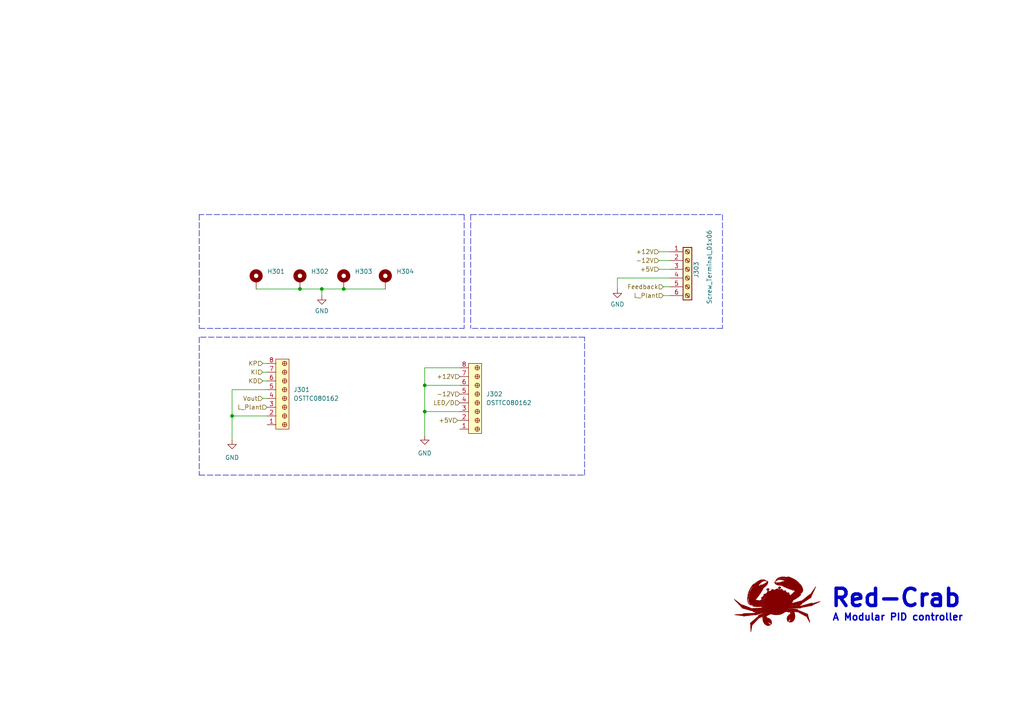
<source format=kicad_sch>
(kicad_sch (version 20211123) (generator eeschema)
  (paper "A4")
  (title_block (title "Red-Crab") (date "2022-07-09"))
  (lib_symbols
    (symbol "Connector:Screw_Terminal_01x06" (pin_names (offset 1.016) hide)
      (property "Reference" "J" (at 0 7.62 0))
      (property "Value" "Screw_Terminal_01x06" (at 0 -10.16 0))
      (symbol "Screw_Terminal_01x06_1_1"
        (pin passive line (at -5.08 5.08 0) (length 3.81) (name "Pin_1") (number "1"))
        (pin passive line (at -5.08 2.54 0) (length 3.81) (name "Pin_2") (number "2"))
        (pin passive line (at -5.08 0 0) (length 3.81) (name "Pin_3") (number "3"))
        (pin passive line (at -5.08 -2.54 0) (length 3.81) (name "Pin_4") (number "4"))
        (pin passive line (at -5.08 -5.08 0) (length 3.81) (name "Pin_5") (number "5"))
        (pin passive line (at -5.08 -7.62 0) (length 3.81) (name "Pin_6") (number "6"))
      )
    )
    (symbol "Mechanical:MountingHole_Pad" (pin_numbers hide) (pin_names (offset 1.016) hide)
      (property "Reference" "H" (at 0 6.35 0))
      (property "Value" "MountingHole_Pad" (at 0 4.445 0))
      (symbol "MountingHole_Pad_1_1"
        (pin input line (at 0 -2.54 90) (length 2.54) (name "1") (number "1"))
      )
    )
    (symbol "Red-Crab:LOGO" (pin_names (offset 1.016)))
    (symbol "dk_Terminal-Blocks-Wire-to-Board:OSTTC080162" (pin_names (offset 1.016))
      (property "Reference" "J" (at -2.54 -1.27 0))
      (property "Value" "OSTTC080162" (at 8.89 -5.08 0))
      (symbol "OSTTC080162_1_1"
        (pin passive line (at 0 2.54 270) (length 2.54) (name "~") (number "1"))
        (pin passive line (at 2.54 2.54 270) (length 2.54) (name "~") (number "2"))
        (pin passive line (at 5.08 2.54 270) (length 2.54) (name "~") (number "3"))
        (pin passive line (at 7.62 2.54 270) (length 2.54) (name "~") (number "4"))
        (pin passive line (at 10.16 2.54 270) (length 2.54) (name "~") (number "5"))
        (pin passive line (at 12.7 2.54 270) (length 2.54) (name "~") (number "6"))
        (pin passive line (at 15.24 2.54 270) (length 2.54) (name "~") (number "7"))
        (pin passive line (at 17.78 2.54 270) (length 2.54) (name "~") (number "8"))
      )
    )
    (symbol "power:GND" (power) (pin_names (offset 0))
      (property "Value" "GND" (at 0 -3.81 0))
      (symbol "GND_1_1"
        (pin power_in line (at 0 0 270) (length 0) hide (name "GND") (number "1"))
      )
    )
  )
  (junction (at 123.19 111.76))
  (junction (at 93.345 83.82))
  (junction (at 123.19 119.38))
  (junction (at 67.31 120.65))
  (junction (at 86.995 83.82))
  (junction (at 99.695 83.82))
  (polyline (pts (xy 209.55 95.25) (xy 136.525 95.25)))
  (wire (pts (xy 67.31 120.65) (xy 67.31 127.635)))
  (polyline (pts (xy 57.785 97.79) (xy 57.785 137.795)))
  (wire (pts (xy 76.2 115.57) (xy 77.47 115.57)))
  (wire (pts (xy 67.31 120.65) (xy 77.47 120.65)))
  (wire (pts (xy 194.31 80.645) (xy 179.07 80.645)))
  (wire (pts (xy 191.135 75.565) (xy 194.31 75.565)))
  (polyline (pts (xy 169.545 97.79) (xy 169.545 97.79)))
  (wire (pts (xy 192.405 85.725) (xy 194.31 85.725)))
  (wire (pts (xy 192.405 83.185) (xy 194.31 83.185)))
  (wire (pts (xy 93.345 83.82) (xy 99.695 83.82)))
  (wire (pts (xy 123.19 119.38) (xy 133.35 119.38)))
  (polyline (pts (xy 134.62 62.23) (xy 57.785 62.23)))
  (polyline (pts (xy 209.55 62.23) (xy 209.55 95.25)))
  (wire (pts (xy 133.35 106.68) (xy 123.19 106.68)))
  (wire (pts (xy 74.295 83.82) (xy 86.995 83.82)))
  (polyline (pts (xy 169.545 97.79) (xy 57.785 97.79)))
  (wire (pts (xy 123.19 106.68) (xy 123.19 111.76)))
  (wire (pts (xy 191.135 73.025) (xy 194.31 73.025)))
  (polyline (pts (xy 57.785 62.23) (xy 57.785 95.25)))
  (polyline (pts (xy 134.62 62.23) (xy 134.62 95.25)))
  (wire (pts (xy 123.19 111.76) (xy 123.19 119.38)))
  (wire (pts (xy 86.995 83.82) (xy 93.345 83.82)))
  (wire (pts (xy 133.35 111.76) (xy 123.19 111.76)))
  (wire (pts (xy 191.135 78.105) (xy 194.31 78.105)))
  (wire (pts (xy 67.31 113.03) (xy 67.31 120.65)))
  (wire (pts (xy 93.345 83.82) (xy 93.345 85.725)))
  (wire (pts (xy 77.47 113.03) (xy 67.31 113.03)))
  (polyline (pts (xy 57.785 95.25) (xy 134.62 95.25)))
  (wire (pts (xy 76.2 107.95) (xy 77.47 107.95)))
  (wire (pts (xy 123.19 119.38) (xy 123.19 126.365)))
  (wire (pts (xy 99.695 83.82) (xy 111.76 83.82)))
  (polyline (pts (xy 136.525 62.23) (xy 209.55 62.23)))
  (polyline (pts (xy 136.525 62.23) (xy 136.525 95.25)))
  (wire (pts (xy 76.2 105.41) (xy 77.47 105.41)))
  (wire (pts (xy 179.07 80.645) (xy 179.07 83.82)))
  (polyline (pts (xy 57.785 137.795) (xy 169.545 137.795)))
  (wire (pts (xy 76.2 110.49) (xy 77.47 110.49)))
  (polyline (pts (xy 169.545 137.795) (xy 169.545 97.79)))
  (wire (pts (xy 132.715 121.92) (xy 133.35 121.92)))
  (text "Red-Crab" (at 240.665 176.53 0) (effects (font (size 5 5) bold) (justify left bottom)))
  (text "A Modular PID controller" (at 241.3 180.34 0) (effects (font (size 2 2) bold) (justify left bottom)))
  (hierarchical_label "Vout" (shape input) (at 76.2 115.57 180))
  (hierarchical_label "KP" (shape input) (at 76.2 105.41 180))
  (hierarchical_label "L_Plant" (shape input) (at 192.405 85.725 180))
  (hierarchical_label "+12V" (shape input) (at 191.135 73.025 180))
  (hierarchical_label "KI" (shape input) (at 76.2 107.95 180))
  (hierarchical_label "-12V" (shape input) (at 191.135 75.565 180))
  (hierarchical_label "L_Plant" (shape input) (at 77.47 118.11 180))
  (hierarchical_label "LED{slash}D" (shape input) (at 133.35 116.84 180))
  (hierarchical_label "+5V" (shape input) (at 191.135 78.105 180))
  (hierarchical_label "-12V" (shape input) (at 133.35 114.3 180))
  (hierarchical_label "Feedback" (shape input) (at 192.405 83.185 180))
  (hierarchical_label "+5V" (shape input) (at 132.715 121.92 180))
  (hierarchical_label "+12V" (shape input) (at 133.35 109.22 180))
  (hierarchical_label "KD" (shape input) (at 76.2 110.49 180))
  (symbol (lib_id "Mechanical:MountingHole_Pad") (at 86.995 81.28 0) (unit 1)
    (property "Reference" "H302" (at 90.17 78.7399 0) (effects (justify left)))
    (property "Value" "MountingHole_Pad" (effects hide))
    (property "Footprint" "MountingHole:MountingHole_2.2mm_M2_Pad_Via" (effects hide))
  )
  (symbol (lib_id "Mechanical:MountingHole_Pad") (at 74.295 81.28 0) (unit 1)
    (property "Reference" "H301" (at 77.47 78.7399 0) (effects (justify left)))
    (property "Value" "MountingHole_Pad" (effects hide))
    (property "Footprint" "MountingHole:MountingHole_2.2mm_M2_Pad_Via" (effects hide))
  )
  (symbol (lib_id "power:GND") (at 93.345 85.725 0) (unit 1)
    (property "Reference" "#PWR0303" (effects hide))
    (property "Value" "GND" (at 93.345 90.17 0))
  )
  (symbol (lib_id "dk_Terminal-Blocks-Wire-to-Board:OSTTC080162") (at 135.89 124.46 90) (unit 1)
    (property "Reference" "J302" (at 140.97 114.2999 90) (effects (justify right)))
    (property "Value" "OSTTC080162" (at 140.97 116.8399 90) (effects (justify right)))
    (property "Footprint" "Connector_PinHeader_1.27mm:PinHeader_1x08_P1.27mm_Vertical_SMD_Pin1Left" (effects hide))
    (property "Datasheet" "http://www.on-shore.com/wp-content/uploads/OSTTCXX0162.pdf" (effects hide))
    (property "Digi-Key_PN" "ED2606-ND" (effects hide))
    (property "MPN" "OSTTC080162" (effects hide))
    (property "Category" "Connectors, Interconnects" (effects hide))
    (property "Family" "Terminal Blocks - Wire to Board" (effects hide))
    (property "DK_Datasheet_Link" "http://www.on-shore.com/wp-content/uploads/OSTTCXX0162.pdf" (effects hide))
    (property "DK_Detail_Page" "/product-detail/en/on-shore-technology-inc/OSTTC080162/ED2606-ND/614555" (effects hide))
    (property "Description" "TERM BLK 8POS SIDE ENTRY 5MM PCB" (effects hide))
    (property "Manufacturer" "On Shore Technology Inc." (effects hide))
    (property "Status" "Active" (effects hide))
  )
  (symbol (lib_id "power:GND") (at 67.31 127.635 0) (unit 1)
    (property "Reference" "#PWR0301" (effects hide))
    (property "Value" "GND" (at 67.31 132.715 0))
  )
  (symbol (lib_id "Connector:Screw_Terminal_01x06") (at 199.39 78.105 0) (unit 1)
    (property "Reference" "J303" (at 201.93 80.645 90) (effects (justify left)))
    (property "Value" "Screw_Terminal_01x06" (at 205.74 88.265 90) (effects (justify left)))
    (property "Footprint" "Connector_Stocko:Stocko_MKS_1656-6-0-606_1x6_P2.50mm_Vertical" (effects hide))
  )
  (symbol (lib_id "power:GND") (at 179.07 83.82 0) (unit 1)
    (property "Reference" "#PWR0304" (effects hide))
    (property "Value" "GND" (at 179.07 88.265 0))
  )
  (symbol (lib_id "Red-Crab:LOGO") (at 225.425 175.26 0) (unit 1)
    (property "Reference" "#G301" (effects hide))
    (property "Value" "LOGO" (effects hide))
  )
  (symbol (lib_id "power:GND") (at 123.19 126.365 0) (unit 1)
    (property "Reference" "#PWR0302" (effects hide))
    (property "Value" "GND" (at 123.19 131.445 0))
  )
  (symbol (lib_id "Mechanical:MountingHole_Pad") (at 99.695 81.28 0) (unit 1)
    (property "Reference" "H303" (at 102.87 78.7399 0) (effects (justify left)))
    (property "Value" "MountingHole_Pad" (effects hide))
    (property "Footprint" "MountingHole:MountingHole_2.2mm_M2_Pad_Via" (effects hide))
  )
  (symbol (lib_id "Mechanical:MountingHole_Pad") (at 111.76 81.28 0) (unit 1)
    (property "Reference" "H304" (at 114.935 78.7399 0) (effects (justify left)))
    (property "Value" "MountingHole_Pad" (effects hide))
    (property "Footprint" "MountingHole:MountingHole_2.2mm_M2_Pad_Via" (effects hide))
  )
  (symbol (lib_id "dk_Terminal-Blocks-Wire-to-Board:OSTTC080162") (at 80.01 123.19 90) (unit 1)
    (property "Reference" "J301" (at 85.09 113.0299 90) (effects (justify right)))
    (property "Value" "OSTTC080162" (at 85.09 115.5699 90) (effects (justify right)))
    (property "Footprint" "Connector_PinHeader_1.27mm:PinHeader_1x08_P1.27mm_Vertical_SMD_Pin1Left" (effects hide))
    (property "Datasheet" "http://www.on-shore.com/wp-content/uploads/OSTTCXX0162.pdf" (effects hide))
    (property "Digi-Key_PN" "ED2606-ND" (effects hide))
    (property "MPN" "OSTTC080162" (effects hide))
    (property "Category" "Connectors, Interconnects" (effects hide))
    (property "Family" "Terminal Blocks - Wire to Board" (effects hide))
    (property "DK_Datasheet_Link" "http://www.on-shore.com/wp-content/uploads/OSTTCXX0162.pdf" (effects hide))
    (property "DK_Detail_Page" "/product-detail/en/on-shore-technology-inc/OSTTC080162/ED2606-ND/614555" (effects hide))
    (property "Description" "TERM BLK 8POS SIDE ENTRY 5MM PCB" (effects hide))
    (property "Manufacturer" "On Shore Technology Inc." (effects hide))
    (property "Status" "Active" (effects hide))
  )
)
</source>
